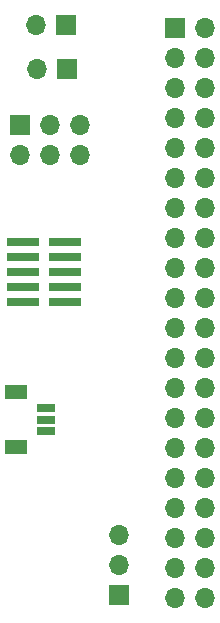
<source format=gbr>
%TF.GenerationSoftware,KiCad,Pcbnew,6.0.8-f2edbf62ab~116~ubuntu22.04.1*%
%TF.CreationDate,2022-10-03T19:02:53-04:00*%
%TF.ProjectId,RaspberryPi_PicoProgrammer,52617370-6265-4727-9279-50695f506963,rev?*%
%TF.SameCoordinates,Original*%
%TF.FileFunction,Soldermask,Top*%
%TF.FilePolarity,Negative*%
%FSLAX46Y46*%
G04 Gerber Fmt 4.6, Leading zero omitted, Abs format (unit mm)*
G04 Created by KiCad (PCBNEW 6.0.8-f2edbf62ab~116~ubuntu22.04.1) date 2022-10-03 19:02:53*
%MOMM*%
%LPD*%
G01*
G04 APERTURE LIST*
%ADD10R,1.549400X0.660400*%
%ADD11R,1.905000X1.295400*%
%ADD12R,1.700000X1.700000*%
%ADD13O,1.700000X1.700000*%
%ADD14R,2.768600X0.660400*%
G04 APERTURE END LIST*
D10*
%TO.C,J4*%
X139878400Y-97150001D03*
X139878400Y-96150000D03*
X139878400Y-95149999D03*
D11*
X137353401Y-93850000D03*
X137353401Y-98450000D03*
%TD*%
D12*
%TO.C,J3*%
X137625000Y-71210000D03*
D13*
X137625000Y-73750000D03*
X140165000Y-71210000D03*
X140165000Y-73750000D03*
X142705000Y-71210000D03*
X142705000Y-73750000D03*
%TD*%
D12*
%TO.C,J5*%
X150750000Y-63000000D03*
D13*
X153290000Y-63000000D03*
X150750000Y-65540000D03*
X153290000Y-65540000D03*
X150750000Y-68080000D03*
X153290000Y-68080000D03*
X150750000Y-70620000D03*
X153290000Y-70620000D03*
X150750000Y-73160000D03*
X153290000Y-73160000D03*
X150750000Y-75700000D03*
X153290000Y-75700000D03*
X150750000Y-78240000D03*
X153290000Y-78240000D03*
X150750000Y-80780000D03*
X153290000Y-80780000D03*
X150750000Y-83320000D03*
X153290000Y-83320000D03*
X150750000Y-85860000D03*
X153290000Y-85860000D03*
X150750000Y-88400000D03*
X153290000Y-88400000D03*
X150750000Y-90940000D03*
X153290000Y-90940000D03*
X150750000Y-93480000D03*
X153290000Y-93480000D03*
X150750000Y-96020000D03*
X153290000Y-96020000D03*
X150750000Y-98560000D03*
X153290000Y-98560000D03*
X150750000Y-101100000D03*
X153290000Y-101100000D03*
X150750000Y-103640000D03*
X153290000Y-103640000D03*
X150750000Y-106180000D03*
X153290000Y-106180000D03*
X150750000Y-108720000D03*
X153290000Y-108720000D03*
X150750000Y-111260000D03*
X153290000Y-111260000D03*
%TD*%
D12*
%TO.C,3.3*%
X141630400Y-66497200D03*
D13*
X139090400Y-66497200D03*
%TD*%
D12*
%TO.C,5v*%
X141528800Y-62738000D03*
D13*
X138988800Y-62738000D03*
%TD*%
D12*
%TO.C,SWD_Headers*%
X146050000Y-111030000D03*
D13*
X146050000Y-108490000D03*
X146050000Y-105950000D03*
%TD*%
D14*
%TO.C,J1*%
X137922000Y-81127600D03*
X141452000Y-81127600D03*
X137922000Y-82397600D03*
X141452000Y-82397600D03*
X137922000Y-83667600D03*
X141452000Y-83667600D03*
X137922000Y-84937600D03*
X141452000Y-84937600D03*
X137922000Y-86207600D03*
X141452000Y-86207600D03*
%TD*%
M02*

</source>
